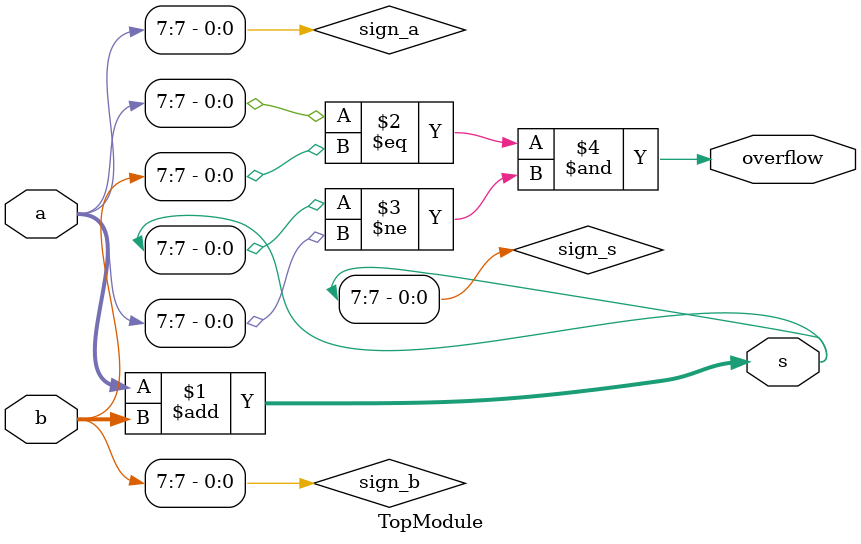
<source format=sv>

module TopModule (
  input [7:0] a,
  input [7:0] b,
  output [7:0] s,
  output overflow
);
  assign s = a + b;
  
  wire sign_a = a[7];
  wire sign_b = b[7];
  wire sign_s = s[7];
  
  assign overflow = (sign_a == sign_b) & (sign_s != sign_a);
  
endmodule

</source>
